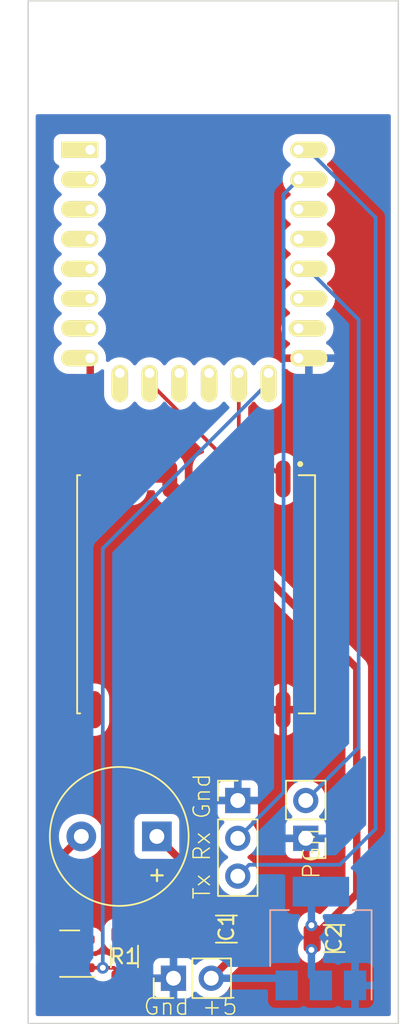
<source format=kicad_pcb>
(kicad_pcb (version 20211014) (generator pcbnew)
  (layers (0 "F.Cu" signal) (31 "B.Cu" signal) (34 "B.Paste" user) (35 "F.Paste" user) (36 "B.SilkS" user "B.Silkscreen") (37 "F.SilkS" user "F.Silkscreen") (38 "B.Mask" user) (39 "F.Mask" user) (44 "Edge.Cuts" user))
  (net 0 "")
  (net 1 "GND")
  (net 2 "VCC")
  (net 3 "+3V3")
  (net 9 "Net-(BZ1-Pad2)")
  (net 10 "Buzzer")
  (net 11 "Rx")
  (net 12 "Tx")
  (net 13 "Pgm")
  (net 14 "GpsRx")
  (net 15 "GpsTx")
  (footprint "ESP8266:ESP-12E" (layer "F.Cu") (at 124.064 34.0125)
    (fp_text reference "U2" hide)
    (fp_text value "ESP-12F" hide)
    (pad "1" thru_hole rect (at 0 0) (size 2.5 1.1) (drill 0.65 (offset -0.7 0)) (layers *.Cu *.Mask "F.SilkS"))
    (pad "2" thru_hole oval (at 0 2) (size 2.5 1.1) (drill 0.65 (offset -0.7 0)) (layers *.Cu *.Mask "F.SilkS"))
    (pad "3" thru_hole oval (at 0 4) (size 2.5 1.1) (drill 0.65 (offset -0.7 0)) (layers *.Cu *.Mask "F.SilkS"))
    (pad "4" thru_hole oval (at 0 6) (size 2.5 1.1) (drill 0.65 (offset -0.7 0)) (layers *.Cu *.Mask "F.SilkS"))
    (pad "5" thru_hole oval (at 0 8) (size 2.5 1.1) (drill 0.65 (offset -0.7 0)) (layers *.Cu *.Mask "F.SilkS"))
    (pad "6" thru_hole oval (at 0 10) (size 2.5 1.1) (drill 0.65 (offset -0.7 0)) (layers *.Cu *.Mask "F.SilkS"))
    (pad "7" thru_hole oval (at 0 12) (size 2.5 1.1) (drill 0.65 (offset -0.7 0)) (layers *.Cu *.Mask "F.SilkS"))
    (pad "8" thru_hole oval (at 0 14) (size 2.5 1.1) (drill 0.65 (offset -0.7 0)) (layers *.Cu *.Mask "F.SilkS") (net 3 "+3V3"))
    (pad "9" thru_hole oval (at 14 14) (size 2.5 1.1) (drill 0.65 (offset 0.7 0)) (layers *.Cu *.Mask "F.SilkS") (net 1 "GND"))
    (pad "10" thru_hole oval (at 14 12) (size 2.5 1.1) (drill 0.65 (offset 0.6 0)) (layers *.Cu *.Mask "F.SilkS"))
    (pad "11" thru_hole oval (at 14 10) (size 2.5 1.1) (drill 0.65 (offset 0.7 0)) (layers *.Cu *.Mask "F.SilkS"))
    (pad "12" thru_hole oval (at 14 8) (size 2.5 1.1) (drill 0.65 (offset 0.7 0)) (layers *.Cu *.Mask "F.SilkS") (net 13 "Pgm"))
    (pad "13" thru_hole oval (at 14 6) (size 2.5 1.1) (drill 0.65 (offset 0.7 0)) (layers *.Cu *.Mask "F.SilkS"))
    (pad "14" thru_hole oval (at 14 4) (size 2.5 1.1) (drill 0.65 (offset 0.7 0)) (layers *.Cu *.Mask "F.SilkS"))
    (pad "15" thru_hole oval (at 14 2) (size 2.5 1.1) (drill 0.65 (offset 0.7 0)) (layers *.Cu *.Mask "F.SilkS") (net 11 "Rx"))
    (pad "16" thru_hole oval (at 14 0) (size 2.5 1.1) (drill 0.65 (offset 0.7 0)) (layers *.Cu *.Mask "F.SilkS") (net 12 "Tx"))
    (pad "17" thru_hole oval (at 1.99 15 90) (size 2.5 1.1) (drill 0.65 (offset -0.7 0)) (layers *.Cu *.Mask "F.SilkS"))
    (pad "18" thru_hole oval (at 3.99 15 90) (size 2.5 1.1) (drill 0.65 (offset -0.7 0)) (layers *.Cu *.Mask "F.SilkS") (net 15 "GpsTx"))
    (pad "19" thru_hole oval (at 5.99 15 90) (size 2.5 1.1) (drill 0.65 (offset -0.7 0)) (layers *.Cu *.Mask "F.SilkS"))
    (pad "20" thru_hole oval (at 7.99 15 90) (size 2.5 1.1) (drill 0.65 (offset -0.7 0)) (layers *.Cu *.Mask "F.SilkS"))
    (pad "21" thru_hole oval (at 9.99 15 90) (size 2.5 1.1) (drill 0.65 (offset -0.7 0)) (layers *.Cu *.Mask "F.SilkS") (net 14 "GpsRx"))
    (pad "22" thru_hole oval (at 11.99 15 90) (size 2.5 1.1) (drill 0.65 (offset -0.7 0)) (layers *.Cu *.Mask "F.SilkS") (net 10 "Buzzer"))
  )
  (footprint "Connector_PinHeader_2.54mm:PinHeader_1x02_P2.54mm_Vertical" (layer "F.Cu") (at 138.557 80.264 180)
    (fp_text reference "J2" hide)
    (fp_text value "PGM")
    (fp_line (start -1.33 1.27) (end -1.33 3.87) (layer "F.SilkS") (width 0.12))
    (fp_line (start -1.33 -1.33) (end 0 -1.33) (layer "F.SilkS") (width 0.12))
    (fp_line (start 1.33 1.27) (end 1.33 3.87) (layer "F.SilkS") (width 0.12))
    (fp_line (start -1.33 1.27) (end 1.33 1.27) (layer "F.SilkS") (width 0.12))
    (fp_line (start -1.33 3.87) (end 1.33 3.87) (layer "F.SilkS") (width 0.12))
    (fp_line (start -1.33 0) (end -1.33 -1.33) (layer "F.SilkS") (width 0.12))
    (pad "1" thru_hole rect (at 0 0 180) (size 1.7 1.7) (drill 1) (layers *.Cu *.Mask) (net 1 "GND"))
    (pad "2" thru_hole oval (at 0 2.54 180) (size 1.7 1.7) (drill 1) (layers *.Cu *.Mask) (net 13 "Pgm"))
  )
  (footprint "Resistor_SMD:R_1206_3216Metric" (layer "F.Cu") (at 126.365 88.1995 -90)
    (fp_text reference "R1" (at 0 0) (layer "F.SilkS"))
    (fp_text value "10K")
    (fp_line (start -0.727064 0.91) (end 0.727064 0.91) (layer "F.SilkS") (width 0.12))
    (fp_line (start -0.727064 -0.91) (end 0.727064 -0.91) (layer "F.SilkS") (width 0.12))
    (pad "1" smd roundrect (at -1.4625 0 270) (size 1.125 1.75) (layers "F.Cu" "F.Paste" "F.Mask") (roundrect_rratio 0.222222) (net 1 "GND"))
    (pad "2" smd roundrect (at 1.4625 0 270) (size 1.125 1.75) (layers "F.Cu" "F.Paste" "F.Mask") (roundrect_rratio 0.222222) (net 10 "Buzzer"))
  )
  (footprint "Package_TO_SOT_SMD:SOT-23" (layer "F.Cu") (at 122.682 88.011 180)
    (fp_text reference "Q1" hide)
    (fp_text value "BSS138")
    (fp_line (start 0 -1.56) (end 0.65 -1.56) (layer "F.SilkS") (width 0.12))
    (fp_line (start 0 1.56) (end -0.65 1.56) (layer "F.SilkS") (width 0.12))
    (fp_line (start 0 -1.56) (end -1.675 -1.56) (layer "F.SilkS") (width 0.12))
    (fp_line (start 0 1.56) (end 0.65 1.56) (layer "F.SilkS") (width 0.12))
    (pad "1" smd roundrect (at -0.9375 -0.95 180) (size 1.475 0.6) (layers "F.Cu" "F.Paste" "F.Mask") (net 10 "Buzzer"))
    (pad "2" smd roundrect (at -0.9375 0.95 180) (size 1.475 0.6) (layers "F.Cu" "F.Paste" "F.Mask") (net 1 "GND"))
    (pad "3" smd roundrect (at 0.9375 0 180) (size 1.475 0.6) (layers "F.Cu" "F.Paste" "F.Mask") (net 9 "Net-(BZ1-Pad2)"))
  )
  (footprint "Connector_PinHeader_2.54mm:PinHeader_1x02_P2.54mm_Vertical" (layer "F.Cu") (at 129.662 89.662 90)
    (fp_text reference "J3" hide)
    (fp_text value "Power")
    (fp_line (start -1.33 -1.33) (end 0 -1.33) (layer "F.SilkS") (width 0.12))
    (fp_line (start -1.33 1.27) (end 1.33 1.27) (layer "F.SilkS") (width 0.12))
    (fp_line (start 1.33 1.27) (end 1.33 3.87) (layer "F.SilkS") (width 0.12))
    (fp_line (start -1.33 1.27) (end -1.33 3.87) (layer "F.SilkS") (width 0.12))
    (fp_line (start -1.33 3.87) (end 1.33 3.87) (layer "F.SilkS") (width 0.12))
    (fp_line (start -1.33 0) (end -1.33 -1.33) (layer "F.SilkS") (width 0.12))
    (pad "1" thru_hole rect (at 0 0 90) (size 1.7 1.7) (drill 1) (layers *.Cu *.Mask) (net 1 "GND"))
    (pad "2" thru_hole oval (at 0 2.54 90) (size 1.7 1.7) (drill 1) (layers *.Cu *.Mask) (net 2 "VCC"))
  )
  (footprint "L86:XCVR_L86-M33" (layer "F.Cu") (at 130.683 63.873 -90)
    (fp_text reference "U1" hide)
    (fp_text value "L86-M33")
    (fp_line (start -8 7.5) (end 8 7.5) (layer "F.SilkS") (width 0.127))
    (fp_line (start -8 -7.4) (end -8 -8.5) (layer "F.SilkS") (width 0.127))
    (fp_line (start -8 -8.5) (end 8 -8.5) (layer "F.SilkS") (width 0.127))
    (fp_line (start 8 -8.5) (end 8 -7.4) (layer "F.SilkS") (width 0.127))
    (fp_line (start -8 7.3) (end -8 7.5) (layer "F.SilkS") (width 0.127))
    (fp_line (start 8 7.5) (end 8 7.3) (layer "F.SilkS") (width 0.127))
    (fp_circle (center -8.75 -7.5) (end -8.65 -7.5) (layer "F.SilkS") (width 0.2) (fill none))
    (pad "1" smd oval locked (at -7.75 -6.35 270) (size 2.5 1) (layers "F.Cu" "F.Mask") (net 14 "GpsRx"))
    (pad "2" smd oval locked (at -7.75 -3.81 270) (size 2.5 1) (layers "F.Cu" "F.Mask") (net 15 "GpsTx"))
    (pad "3" smd oval locked (at -7.75 -1.27 270) (size 2.5 1) (layers "F.Cu" "F.Mask") (net 1 "GND"))
    (pad "4" smd oval locked (at -7.75 1.27 270) (size 2.5 1) (layers "F.Cu" "F.Mask") (net 3 "+3V3"))
    (pad "5" smd oval locked (at -7.75 3.81 270) (size 2.5 1) (layers "F.Cu" "F.Mask") (net 3 "+3V3"))
    (pad "6" smd oval locked (at -7.75 6.35 270) (size 2.5 1) (layers "F.Cu" "F.Mask"))
    (pad "7" smd oval locked (at 7.75 6.35 270) (size 2.5 1) (layers "F.Cu" "F.Mask"))
    (pad "8" smd oval locked (at 7.75 3.81 270) (size 2.5 1) (layers "F.Cu" "F.Mask"))
    (pad "9" smd oval locked (at 7.75 1.27 270) (size 2.5 1) (layers "F.Cu" "F.Mask"))
    (pad "10" smd oval locked (at 7.75 -1.27 270) (size 2.5 1) (layers "F.Cu" "F.Mask"))
    (pad "11" smd oval locked (at 7.75 -3.81 270) (size 2.5 1) (layers "F.Cu" "F.Mask"))
    (pad "12" smd oval locked (at 7.75 -6.35 270) (size 2.5 1) (layers "F.Cu" "F.Mask") (net 1 "GND"))
  )
  (footprint "Custom:Buzzer_9.2x4.2_WST-0904T" (layer "F.Cu") (at 128.544234 80.137 180)
    (fp_text reference "BZ1" hide)
    (fp_text value "Buzzer")
    (fp_text user "+" (at -0.01 -2.54) (layer "F.SilkS"))
    (fp_circle (center 2.53 0) (end 7.196741 0.030879) (layer "F.SilkS") (width 0.12) (fill none))
    (pad "1" thru_hole rect (at 0 0 180) (size 2 2) (drill 1) (layers *.Cu *.Mask) (net 2 "VCC"))
    (pad "2" thru_hole circle (at 5.08 0 180) (size 2 2) (drill 1) (layers *.Cu *.Mask) (net 9 "Net-(BZ1-Pad2)"))
  )
  (footprint "Capacitor_SMD:C_1206_3216Metric" (layer "F.Cu") (at 133.223 86.36)
    (fp_text reference "C1" (at 0 -0.127 90) (layer "F.SilkS"))
    (fp_text value "22uF")
    (fp_line (start -0.711252 -0.91) (end 0.711252 -0.91) (layer "F.SilkS") (width 0.12))
    (fp_line (start -0.711252 0.91) (end 0.711252 0.91) (layer "F.SilkS") (width 0.12))
    (pad "1" smd roundrect (at -1.475 0) (size 1.15 1.8) (layers "F.Cu" "F.Paste" "F.Mask") (roundrect_rratio 0.217391) (net 1 "GND"))
    (pad "2" smd roundrect (at 1.475 0) (size 1.15 1.8) (layers "F.Cu" "F.Paste" "F.Mask") (roundrect_rratio 0.217391) (net 2 "VCC"))
  )
  (footprint "Capacitor_SMD:C_1206_3216Metric" (layer "F.Cu") (at 140.462 86.995 180)
    (fp_text reference "C2" (at 0 0 90) (layer "F.SilkS"))
    (fp_text value "22uF")
    (fp_line (start -0.711252 0.91) (end 0.711252 0.91) (layer "F.SilkS") (width 0.12))
    (fp_line (start -0.711252 -0.91) (end 0.711252 -0.91) (layer "F.SilkS") (width 0.12))
    (pad "1" smd roundrect (at -1.475 0 180) (size 1.15 1.8) (layers "F.Cu" "F.Paste" "F.Mask") (roundrect_rratio 0.217391) (net 1 "GND"))
    (pad "2" smd roundrect (at 1.475 0 180) (size 1.15 1.8) (layers "F.Cu" "F.Paste" "F.Mask") (roundrect_rratio 0.217391) (net 3 "+3V3"))
  )
  (footprint "Connector_PinHeader_2.54mm:PinHeader_1x03_P2.54mm_Vertical" (layer "F.Cu") (at 133.985 77.724)
    (fp_text reference "J1" hide)
    (fp_text value "UART")
    (fp_line (start -1.33 1.27) (end 1.33 1.27) (layer "F.SilkS") (width 0.12))
    (fp_line (start -1.33 1.27) (end -1.33 6.41) (layer "F.SilkS") (width 0.12))
    (fp_line (start 1.33 1.27) (end 1.33 6.41) (layer "F.SilkS") (width 0.12))
    (fp_line (start -1.33 6.41) (end 1.33 6.41) (layer "F.SilkS") (width 0.12))
    (fp_line (start -1.33 -1.33) (end 0 -1.33) (layer "F.SilkS") (width 0.12))
    (fp_line (start -1.33 0) (end -1.33 -1.33) (layer "F.SilkS") (width 0.12))
    (pad "1" thru_hole rect (at 0 0) (size 1.7 1.7) (drill 1) (layers *.Cu *.Mask) (net 1 "GND"))
    (pad "2" thru_hole oval (at 0 2.54) (size 1.7 1.7) (drill 1) (layers *.Cu *.Mask) (net 11 "Rx"))
    (pad "3" thru_hole oval (at 0 5.08) (size 1.7 1.7) (drill 1) (layers *.Cu *.Mask) (net 12 "Tx"))
  )
  (footprint "Package_TO_SOT_SMD:SOT-223-3_TabPin2" (layer "B.Cu") (at 139.573 86.995 90)
    (fp_text reference "U3" hide)
    (fp_text value "LDS1117-3.3")
    (fp_line (start -4.1 3.41) (end 1.91 3.41) (layer "B.SilkS") (width 0.12))
    (fp_line (start -1.85 -3.41) (end 1.91 -3.41) (layer "B.SilkS") (width 0.12))
    (fp_line (start 1.91 3.41) (end 1.91 2.15) (layer "B.SilkS") (width 0.12))
    (fp_line (start 1.91 -3.41) (end 1.91 -2.15) (layer "B.SilkS") (width 0.12))
    (pad "1" smd rect (at -3.15 2.3 90) (size 2 1.5) (layers "B.Cu" "B.Paste" "B.Mask") (net 1 "GND"))
    (pad "2" smd rect (at -3.15 0 90) (size 2 1.5) (layers "B.Cu" "B.Paste" "B.Mask") (net 3 "+3V3"))
    (pad "2" smd rect (at 3.15 0 90) (size 2 3.8) (layers "B.Cu" "B.Paste" "B.Mask") (net 3 "+3V3"))
    (pad "3" smd rect (at -3.15 -2.3 90) (size 2 1.5) (layers "B.Cu" "B.Paste" "B.Mask") (net 2 "VCC"))
  )
  (gr_rect (start 119.888 24.003) (end 144.78 92.71) (layer "Edge.Cuts") (width 0.1) (fill none))
  (gr_text "PGM" (at 138.938 81.28 90) (layer "F.SilkS") (effects (font (size 1.1 1.1) (thickness 0.1))))
  (gr_text "Gnd +5" (at 130.81 91.567) (layer "F.SilkS") (effects (font (size 1.1 1.1) (thickness 0.1))))
  (gr_text "Tx Rx Gnd" (at 131.572 80.137 90) (layer "F.SilkS") (effects (font (size 1.1 1.1) (thickness 0.1))))
  (segment (start 134.698 86.36) (end 134.698 86.290766) (width 0.5) (layer "F.Cu") (net 2))
  (segment (start 134.698 86.36) (end 134.698 87.166) (width 0.5) (layer "F.Cu") (net 2))
  (segment (start 134.698 87.166) (end 132.202 89.662) (width 0.5) (layer "F.Cu") (net 2))
  (segment (start 134.698 86.290766) (end 128.544234 80.137) (width 0.5) (layer "F.Cu") (net 2))
  (segment (start 136.79 89.662) (end 137.273 90.145) (width 0.5) (layer "B.Cu") (net 2))
  (segment (start 132.202 89.662) (end 136.79 89.662) (width 0.5) (layer "B.Cu") (net 2))
  (segment (start 141.986 83.996) (end 138.987 86.995) (width 0.5) (layer "F.Cu") (net 3))
  (segment (start 124.064 51.674) (end 126.873 54.483) (width 0.5) (layer "F.Cu") (net 3))
  (segment (start 138.987 86.155) (end 138.938 86.106) (width 0.5) (layer "F.Cu") (net 3))
  (segment (start 124.064 48.0125) (end 124.064 51.674) (width 0.5) (layer "F.Cu") (net 3))
  (segment (start 138.987 87.708) (end 138.938 87.757) (width 0.5) (layer "F.Cu") (net 3))
  (segment (start 138.987 86.995) (end 138.987 87.708) (width 0.5) (layer "F.Cu") (net 3))
  (segment (start 129.275 56.123) (end 141.986 68.834) (width 0.5) (layer "F.Cu") (net 3))
  (segment (start 126.873 56.123) (end 129.275 56.123) (width 0.5) (layer "F.Cu") (net 3))
  (segment (start 138.987 86.995) (end 138.987 86.155) (width 0.5) (layer "F.Cu") (net 3))
  (segment (start 141.986 68.834) (end 141.986 83.996) (width 0.5) (layer "F.Cu") (net 3))
  (segment (start 126.873 54.483) (end 126.873 56.123) (width 0.5) (layer "F.Cu") (net 3))
  (segment (start 126.873 56.123) (end 129.413 56.123) (width 0.5) (layer "F.Cu") (net 3))
  (via (at 138.938 87.757) (size 0.8) (drill 0.4) (layers "F.Cu" "B.Cu") (net 3))
  (via (at 138.938 86.106) (size 0.8) (drill 0.4) (layers "F.Cu" "B.Cu") (net 3))
  (segment (start 138.938 86.106) (end 138.938 84.48) (width 0.5) (layer "B.Cu") (net 3))
  (segment (start 138.938 87.757) (end 138.938 89.51) (width 0.5) (layer "B.Cu") (net 3))
  (segment (start 138.938 84.48) (end 139.573 83.845) (width 0.5) (layer "B.Cu") (net 3))
  (segment (start 138.938 89.51) (end 139.573 90.145) (width 0.5) (layer "B.Cu") (net 3))
  (segment (start 121.7445 81.856734) (end 123.464234 80.137) (width 0.5) (layer "F.Cu") (net 9))
  (segment (start 121.7445 88.011) (end 121.7445 81.856734) (width 0.5) (layer "F.Cu") (net 9))
  (segment (start 125.664 88.961) (end 126.365 89.662) (width 0.25) (layer "F.Cu") (net 10))
  (segment (start 123.6195 88.961) (end 124.907 88.961) (width 0.25) (layer "F.Cu") (net 10))
  (segment (start 124.907 88.961) (end 125.664 88.961) (width 0.25) (layer "F.Cu") (net 10))
  (via (at 124.907 88.961) (size 0.8) (drill 0.4) (layers "F.Cu" "B.Cu") (net 10))
  (segment (start 124.907 60.796258) (end 124.907 88.961) (width 0.25) (layer "B.Cu") (net 10))
  (segment (start 136.054 49.0125) (end 136.054 49.649258) (width 0.25) (layer "B.Cu") (net 10))
  (segment (start 136.054 49.649258) (end 124.907 60.796258) (width 0.25) (layer "B.Cu") (net 10))
  (segment (start 137.064511 77.184489) (end 133.985 80.264) (width 0.25) (layer "B.Cu") (net 11))
  (segment (start 138.064 36.0125) (end 137.064511 37.011989) (width 0.25) (layer "B.Cu") (net 11))
  (segment (start 137.064511 37.011989) (end 137.064511 77.184489) (width 0.25) (layer "B.Cu") (net 11))
  (segment (start 133.985 82.804) (end 134.747 82.042) (width 0.25) (layer "B.Cu") (net 12))
  (segment (start 143.256 38.567742) (end 138.700758 34.0125) (width 0.25) (layer "B.Cu") (net 12))
  (segment (start 140.843 82.042) (end 143.256 79.629) (width 0.25) (layer "B.Cu") (net 12))
  (segment (start 143.256 79.629) (end 143.256 38.567742) (width 0.25) (layer "B.Cu") (net 12))
  (segment (start 134.747 82.042) (end 140.843 82.042) (width 0.25) (layer "B.Cu") (net 12))
  (segment (start 138.700758 34.0125) (end 138.064 34.0125) (width 0.25) (layer "B.Cu") (net 12))
  (segment (start 142.113 74.168) (end 138.557 77.724) (width 0.25) (layer "B.Cu") (net 13))
  (segment (start 142.113 45.424742) (end 142.113 74.168) (width 0.25) (layer "B.Cu") (net 13))
  (segment (start 138.700758 42.0125) (end 138.064 42.0125) (width 0.25) (layer "B.Cu") (net 13))
  (segment (start 142.113 45.424742) (end 138.700758 42.0125) (width 0.25) (layer "B.Cu") (net 13))
  (segment (start 134.054 53.144) (end 137.033 56.123) (width 0.25) (layer "F.Cu") (net 14))
  (segment (start 134.054 49.0125) (end 134.054 53.144) (width 0.25) (layer "F.Cu") (net 14))
  (segment (start 131.318 52.913258) (end 131.318 52.948) (width 0.25) (layer "F.Cu") (net 15))
  (segment (start 128.054 49.649258) (end 131.318 52.913258) (width 0.25) (layer "F.Cu") (net 15))
  (segment (start 128.054 49.0125) (end 128.054 49.649258) (width 0.25) (layer "F.Cu") (net 15))
  (segment (start 131.318 52.948) (end 134.493 56.123) (width 0.25) (layer "F.Cu") (net 15))
  (zone (net 1) (net_name "GND") (layer "F.Cu") (connect_pads (clearance 0.508)) (min_thickness 0.254) (fill yes (thermal_gap 0.508) (thermal_bridge_width 0.508))
    (polygon (pts (xy 144.907 92.71) (xy 118.11 92.71) (xy 118.11 31.623) (xy 144.78 31.623)))
  )
  (zone (net 1) (net_name "GND") (layer "B.Cu") (connect_pads (clearance 0.508)) (min_thickness 0.254) (fill yes (thermal_gap 0.508) (thermal_bridge_width 0.508))
    (polygon (pts (xy 117.995862 92.709217) (xy 144.792862 92.709217) (xy 144.792862 31.622217) (xy 118.122862 31.622217)))
  )
)
</source>
